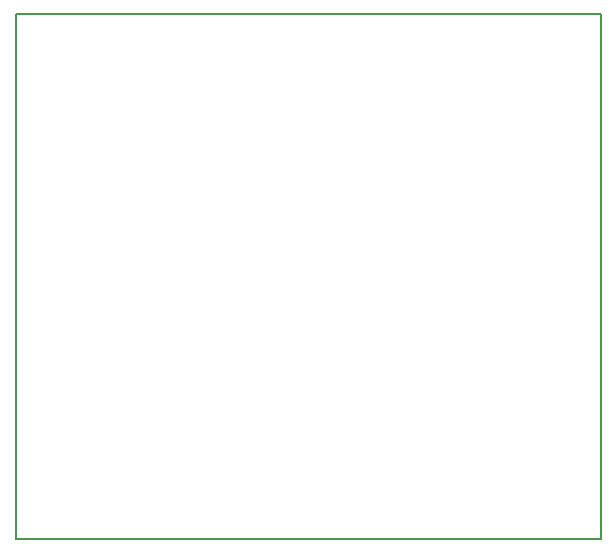
<source format=gbr>
G04 #@! TF.FileFunction,Profile,NP*
%FSLAX46Y46*%
G04 Gerber Fmt 4.6, Leading zero omitted, Abs format (unit mm)*
G04 Created by KiCad (PCBNEW 4.0.0-rc2-1-stable) date Thursday, January 28, 2016 'pmt' 10:54:18 pm*
%MOMM*%
G01*
G04 APERTURE LIST*
%ADD10C,0.100000*%
%ADD11C,0.150000*%
G04 APERTURE END LIST*
D10*
D11*
X167640000Y-92710000D02*
X167640000Y-137160000D01*
X118110000Y-92710000D02*
X167640000Y-92710000D01*
X118110000Y-137160000D02*
X167640000Y-137160000D01*
X118110000Y-92710000D02*
X118110000Y-137160000D01*
M02*

</source>
